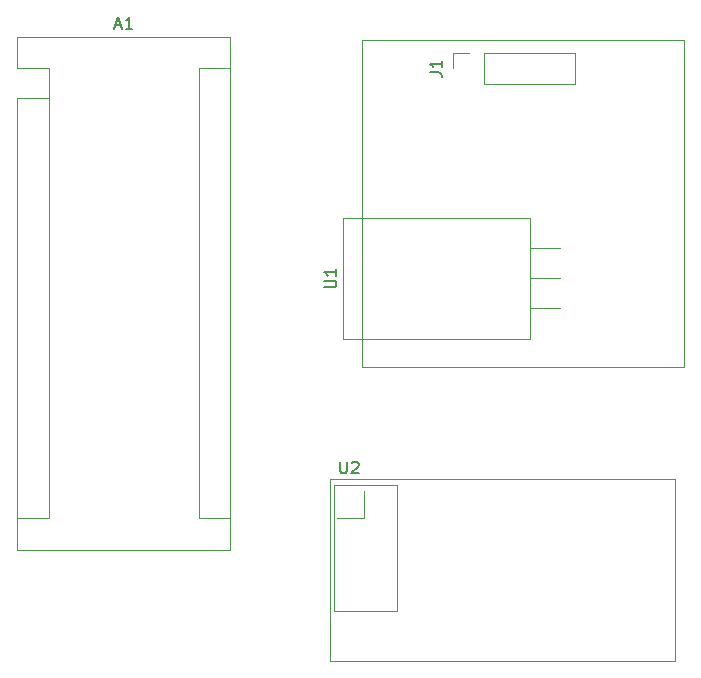
<source format=gbr>
G04 #@! TF.GenerationSoftware,KiCad,Pcbnew,(5.1.5)-3*
G04 #@! TF.CreationDate,2020-02-10T18:15:39+01:00*
G04 #@! TF.ProjectId,WeatherStation,57656174-6865-4725-9374-6174696f6e2e,rev?*
G04 #@! TF.SameCoordinates,Original*
G04 #@! TF.FileFunction,Legend,Top*
G04 #@! TF.FilePolarity,Positive*
%FSLAX46Y46*%
G04 Gerber Fmt 4.6, Leading zero omitted, Abs format (unit mm)*
G04 Created by KiCad (PCBNEW (5.1.5)-3) date 2020-02-10 18:15:39*
%MOMM*%
%LPD*%
G04 APERTURE LIST*
%ADD10C,0.120000*%
%ADD11C,0.150000*%
G04 APERTURE END LIST*
D10*
X177620000Y-63650000D02*
X204920000Y-63650000D01*
X204920000Y-91350000D02*
X204920000Y-63650000D01*
X177620000Y-91350000D02*
X204920000Y-91350000D01*
X177620000Y-63650000D02*
X177620000Y-91350000D01*
X166500000Y-63370000D02*
X148460000Y-63370000D01*
X166500000Y-106810000D02*
X166500000Y-63370000D01*
X148460000Y-106810000D02*
X166500000Y-106810000D01*
X151130000Y-104140000D02*
X148460000Y-104140000D01*
X151130000Y-68580000D02*
X151130000Y-104140000D01*
X151130000Y-68580000D02*
X148460000Y-68580000D01*
X163830000Y-104140000D02*
X166500000Y-104140000D01*
X163830000Y-66040000D02*
X163830000Y-104140000D01*
X163830000Y-66040000D02*
X166500000Y-66040000D01*
X148460000Y-63370000D02*
X148460000Y-66040000D01*
X148460000Y-68580000D02*
X148460000Y-106810000D01*
X151130000Y-66040000D02*
X148460000Y-66040000D01*
X151130000Y-68580000D02*
X151130000Y-66040000D01*
X175260000Y-101346000D02*
X175260000Y-101346000D01*
X175260000Y-112014000D02*
X175260000Y-101346000D01*
X174930000Y-100770000D02*
X174930000Y-100770000D01*
X174930000Y-116220000D02*
X174930000Y-100770000D01*
X204130000Y-116220000D02*
X174930000Y-116220000D01*
X204130000Y-100770000D02*
X204130000Y-116220000D01*
X174930000Y-100770000D02*
X204130000Y-100770000D01*
X175514000Y-104140000D02*
X175514000Y-104140000D01*
X177800000Y-104140000D02*
X175514000Y-104140000D01*
X177800000Y-101854000D02*
X177800000Y-104140000D01*
X175260000Y-112014000D02*
X175260000Y-112014000D01*
X180594000Y-112014000D02*
X175260000Y-112014000D01*
X180594000Y-101346000D02*
X180594000Y-112014000D01*
X175260000Y-101346000D02*
X180594000Y-101346000D01*
X187960000Y-67370000D02*
X187960000Y-64710000D01*
X187960000Y-67370000D02*
X195640000Y-67370000D01*
X195640000Y-67370000D02*
X195640000Y-64710000D01*
X187960000Y-64710000D02*
X195640000Y-64710000D01*
X185360000Y-64710000D02*
X186690000Y-64710000D01*
X185360000Y-66040000D02*
X185360000Y-64710000D01*
X191890000Y-88940000D02*
X191890000Y-78700000D01*
X176000000Y-88940000D02*
X176000000Y-78700000D01*
X176000000Y-88940000D02*
X191890000Y-88940000D01*
X176000000Y-78700000D02*
X191890000Y-78700000D01*
X191890000Y-86360000D02*
X194430000Y-86360000D01*
X191890000Y-83820000D02*
X194430000Y-83820000D01*
X191890000Y-81280000D02*
X194430000Y-81280000D01*
D11*
X156765714Y-62396666D02*
X157241904Y-62396666D01*
X156670476Y-62682380D02*
X157003809Y-61682380D01*
X157337142Y-62682380D01*
X158194285Y-62682380D02*
X157622857Y-62682380D01*
X157908571Y-62682380D02*
X157908571Y-61682380D01*
X157813333Y-61825238D01*
X157718095Y-61920476D01*
X157622857Y-61968095D01*
X175768095Y-99322380D02*
X175768095Y-100131904D01*
X175815714Y-100227142D01*
X175863333Y-100274761D01*
X175958571Y-100322380D01*
X176149047Y-100322380D01*
X176244285Y-100274761D01*
X176291904Y-100227142D01*
X176339523Y-100131904D01*
X176339523Y-99322380D01*
X176768095Y-99417619D02*
X176815714Y-99370000D01*
X176910952Y-99322380D01*
X177149047Y-99322380D01*
X177244285Y-99370000D01*
X177291904Y-99417619D01*
X177339523Y-99512857D01*
X177339523Y-99608095D01*
X177291904Y-99750952D01*
X176720476Y-100322380D01*
X177339523Y-100322380D01*
X183372380Y-66373333D02*
X184086666Y-66373333D01*
X184229523Y-66420952D01*
X184324761Y-66516190D01*
X184372380Y-66659047D01*
X184372380Y-66754285D01*
X184372380Y-65373333D02*
X184372380Y-65944761D01*
X184372380Y-65659047D02*
X183372380Y-65659047D01*
X183515238Y-65754285D01*
X183610476Y-65849523D01*
X183658095Y-65944761D01*
X174452380Y-84581904D02*
X175261904Y-84581904D01*
X175357142Y-84534285D01*
X175404761Y-84486666D01*
X175452380Y-84391428D01*
X175452380Y-84200952D01*
X175404761Y-84105714D01*
X175357142Y-84058095D01*
X175261904Y-84010476D01*
X174452380Y-84010476D01*
X175452380Y-83010476D02*
X175452380Y-83581904D01*
X175452380Y-83296190D02*
X174452380Y-83296190D01*
X174595238Y-83391428D01*
X174690476Y-83486666D01*
X174738095Y-83581904D01*
M02*

</source>
